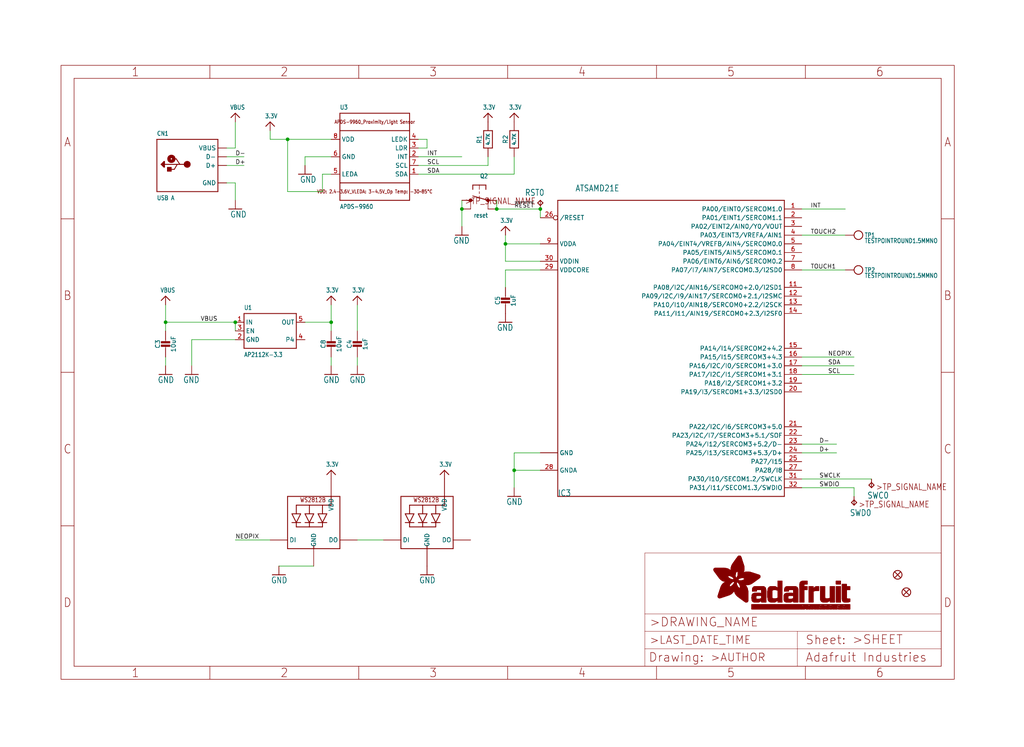
<source format=kicad_sch>
(kicad_sch (version 20211123) (generator eeschema)
  (paper "User" 298.45 217.881)
  (lib_symbols
    (symbol "eagleSchem-eagle-import:3.3V" (power)
      (property "Value" "3.3V" (at -1.524 1.016 0))
      (symbol "3.3V_1_0"
        (pin power_in line (at 0 -2.54 90) (length 2.54) (name "3.3V") (number "1"))
      )
    )
    (symbol "eagleSchem-eagle-import:APDS-9960"
      (property "Reference" "U" (at -10.16 13.716 0))
      (property "Value" "APDS-9960" (at -10.16 -15.24 0))
      (symbol "APDS-9960_1_0"
        (text "APDS-9960_Proximity/Light Sensor" (at 0 10.16 0) (effects (font (size 1.016 0.8636))))
        (text "VDD: 2.4-3.6V_VLEDA: 3-4.5V_Op Temp: -30~85°C" (at 0 -10.16 0) (effects (font (size 1.016 0.8636))))
        (pin bidirectional line (at 12.7 -5.08 180) (length 2.54) (name "SDA") (number "1"))
        (pin output line (at 12.7 0 180) (length 2.54) (name "INT") (number "2"))
        (pin bidirectional line (at 12.7 2.54 180) (length 2.54) (name "LDR") (number "3"))
        (pin bidirectional line (at 12.7 5.08 180) (length 2.54) (name "LEDK") (number "4"))
        (pin power_in line (at -12.7 -5.08 0) (length 2.54) (name "LEDA") (number "5"))
        (pin power_in line (at -12.7 0 0) (length 2.54) (name "GND") (number "6"))
        (pin input line (at 12.7 -2.54 180) (length 2.54) (name "SCL") (number "7"))
        (pin power_in line (at -12.7 5.08 0) (length 2.54) (name "VDD") (number "8"))
      )
    )
    (symbol "eagleSchem-eagle-import:ATSAMD21E"
      (property "Reference" "IC" (at -35.56 -43.18 0))
      (property "Value" "ATSAMD21E" (at -30.48 45.72 0))
      (symbol "ATSAMD21E_1_0"
        (pin bidirectional line (at 35.56 40.64 180) (length 5.08) (name "PA00/EINT0/SERCOM1.0") (number "1"))
        (pin power_in line (at -40.64 -30.48 0) (length 5.08) (name "GND") (number "10"))
        (pin bidirectional line (at 35.56 17.78 180) (length 5.08) (name "PA08/I2C/AIN16/SERCOM0+2.0/I2SD1") (number "11"))
        (pin bidirectional line (at 35.56 15.24 180) (length 5.08) (name "PA09/I2C/I9/AIN17/SERCOM0+2.1/I2SMC") (number "12"))
        (pin bidirectional line (at 35.56 12.7 180) (length 5.08) (name "PA10/I10/AIN18/SERCOM0+2.2/I2SCK") (number "13"))
        (pin bidirectional line (at 35.56 10.16 180) (length 5.08) (name "PA11/I11/AIN19/SERCOM0+2.3/I2SF0") (number "14"))
        (pin bidirectional line (at 35.56 0 180) (length 5.08) (name "PA14/I14/SERCOM2+4.2") (number "15"))
        (pin bidirectional line (at 35.56 -2.54 180) (length 5.08) (name "PA15/I15/SERCOM3+4.3") (number "16"))
        (pin bidirectional line (at 35.56 -5.08 180) (length 5.08) (name "PA16/I2C/I0/SERCOM1+3.0") (number "17"))
        (pin bidirectional line (at 35.56 -7.62 180) (length 5.08) (name "PA17/I2C/I1/SERCOM1+3.1") (number "18"))
        (pin bidirectional line (at 35.56 -10.16 180) (length 5.08) (name "PA18/I2/SERCOM1+3.2") (number "19"))
        (pin bidirectional line (at 35.56 38.1 180) (length 5.08) (name "PA01/EINT1/SERCOM1.1") (number "2"))
        (pin bidirectional line (at 35.56 -12.7 180) (length 5.08) (name "PA19/I3/SERCOM1+3.3/I2SD0") (number "20"))
        (pin bidirectional line (at 35.56 -22.86 180) (length 5.08) (name "PA22/I2C/I6/SERCOM3+5.0") (number "21"))
        (pin bidirectional line (at 35.56 -25.4 180) (length 5.08) (name "PA23/I2C/I7/SERCOM3+5.1/SOF") (number "22"))
        (pin bidirectional line (at 35.56 -27.94 180) (length 5.08) (name "PA24/I12/SERCOM3+5.2/D-") (number "23"))
        (pin bidirectional line (at 35.56 -30.48 180) (length 5.08) (name "PA25/I13/SERCOM3+5.3/D+") (number "24"))
        (pin bidirectional line (at 35.56 -33.02 180) (length 5.08) (name "PA27/I15") (number "25"))
        (pin bidirectional inverted (at -40.64 38.1 0) (length 5.08) (name "/RESET") (number "26"))
        (pin bidirectional line (at 35.56 -35.56 180) (length 5.08) (name "PA28/I8") (number "27"))
        (pin power_in line (at -40.64 -35.56 0) (length 5.08) (name "GNDA") (number "28"))
        (pin power_in line (at -40.64 22.86 0) (length 5.08) (name "VDDCORE") (number "29"))
        (pin bidirectional line (at 35.56 35.56 180) (length 5.08) (name "PA02/EINT2/AIN0/Y0/VOUT") (number "3"))
        (pin power_in line (at -40.64 25.4 0) (length 5.08) (name "VDDIN") (number "30"))
        (pin bidirectional line (at 35.56 -38.1 180) (length 5.08) (name "PA30/I10/SECOM1.2/SWCLK") (number "31"))
        (pin bidirectional line (at 35.56 -40.64 180) (length 5.08) (name "PA31/I11/SECOM1.3/SWDIO") (number "32"))
        (pin power_in line (at -40.64 -30.48 0) (length 5.08) (name "GND") (number "33"))
        (pin bidirectional line (at 35.56 33.02 180) (length 5.08) (name "PA03/EINT3/VREFA/AIN1") (number "4"))
        (pin bidirectional line (at 35.56 30.48 180) (length 5.08) (name "PA04/EINT4/VREFB/AIN4/SERCOM0.0") (number "5"))
        (pin bidirectional line (at 35.56 27.94 180) (length 5.08) (name "PA05/EINT5/AIN5/SERCOM0.1") (number "6"))
        (pin bidirectional line (at 35.56 25.4 180) (length 5.08) (name "PA06/EINT6/AIN6/SERCOM0.2") (number "7"))
        (pin bidirectional line (at 35.56 22.86 180) (length 5.08) (name "PA07/I7/AIN7/SERCOM0.3/I2SD0") (number "8"))
        (pin power_in line (at -40.64 30.48 0) (length 5.08) (name "VDDA") (number "9"))
      )
    )
    (symbol "eagleSchem-eagle-import:CAP_CERAMIC0603_NO"
      (property "Reference" "C" (at -2.29 1.25 90))
      (property "Value" "CAP_CERAMIC0603_NO" (at 2.3 1.25 90))
      (symbol "CAP_CERAMIC0603_NO_1_0"
        (pin passive line (at 0 5.08 270) (length 2.54) (name "1") (number "1"))
        (pin passive line (at 0 -2.54 90) (length 2.54) (name "2") (number "2"))
      )
    )
    (symbol "eagleSchem-eagle-import:CAP_CERAMIC0805-NOOUTLINE"
      (property "Reference" "C" (at -2.29 1.25 90))
      (property "Value" "CAP_CERAMIC0805-NOOUTLINE" (at 2.3 1.25 90))
      (symbol "CAP_CERAMIC0805-NOOUTLINE_1_0"
        (pin passive line (at 0 5.08 270) (length 2.54) (name "1") (number "1"))
        (pin passive line (at 0 -2.54 90) (length 2.54) (name "2") (number "2"))
      )
    )
    (symbol "eagleSchem-eagle-import:FIDUCIAL_1MM")
    (symbol "eagleSchem-eagle-import:FRAME_A4_ADAFRUIT"
      (symbol "FRAME_A4_ADAFRUIT_0_0"
        (text "1" (at 21.6958 1.905 0) (effects (font (size 2.54 2.286))))
        (text "1" (at 21.6958 177.165 0) (effects (font (size 2.54 2.286))))
        (text "2" (at 65.0875 1.905 0) (effects (font (size 2.54 2.286))))
        (text "2" (at 65.0875 177.165 0) (effects (font (size 2.54 2.286))))
        (text "3" (at 108.4792 1.905 0) (effects (font (size 2.54 2.286))))
        (text "3" (at 108.4792 177.165 0) (effects (font (size 2.54 2.286))))
        (text "4" (at 151.8708 1.905 0) (effects (font (size 2.54 2.286))))
        (text "4" (at 151.8708 177.165 0) (effects (font (size 2.54 2.286))))
        (text "5" (at 195.2625 1.905 0) (effects (font (size 2.54 2.286))))
        (text "5" (at 195.2625 177.165 0) (effects (font (size 2.54 2.286))))
        (text "6" (at 238.6542 1.905 0) (effects (font (size 2.54 2.286))))
        (text "6" (at 238.6542 177.165 0) (effects (font (size 2.54 2.286))))
        (text "A" (at 1.905 156.6863 0) (effects (font (size 2.54 2.286))))
        (text "A" (at 258.445 156.6863 0) (effects (font (size 2.54 2.286))))
        (text "B" (at 1.905 111.9188 0) (effects (font (size 2.54 2.286))))
        (text "B" (at 258.445 111.9188 0) (effects (font (size 2.54 2.286))))
        (text "C" (at 1.905 67.1513 0) (effects (font (size 2.54 2.286))))
        (text "C" (at 258.445 67.1513 0) (effects (font (size 2.54 2.286))))
        (text "D" (at 1.905 22.3838 0) (effects (font (size 2.54 2.286))))
        (text "D" (at 258.445 22.3838 0) (effects (font (size 2.54 2.286))))
      )
      (symbol "FRAME_A4_ADAFRUIT_1_0"
        (text ">AUTHOR" (at 189.23 5.08 0) (effects (font (size 2.286 2.286)) (justify left bottom)))
        (text ">DRAWING_NAME" (at 171.45 15.24 0) (effects (font (size 2.54 2.54)) (justify left bottom)))
        (text ">LAST_DATE_TIME" (at 171.45 10.16 0) (effects (font (size 2.286 2.286)) (justify left bottom)))
        (text ">SHEET" (at 230.505 10.16 0) (effects (font (size 2.54 2.54)) (justify left bottom)))
        (text "Adafruit Industries" (at 216.916 4.953 0) (effects (font (size 2.54 2.54)) (justify left bottom)))
        (text "Drawing:" (at 171.196 4.953 0) (effects (font (size 2.54 2.54)) (justify left bottom)))
        (text "Sheet:" (at 216.916 10.033 0) (effects (font (size 2.54 2.54)) (justify left bottom)))
      )
    )
    (symbol "eagleSchem-eagle-import:GND" (power)
      (property "Value" "GND" (at -2.54 -2.54 0))
      (symbol "GND_1_0"
        (pin power_in line (at 0 2.54 270) (length 2.54) (name "GND") (number "1"))
      )
    )
    (symbol "eagleSchem-eagle-import:RESISTOR_0603_NOOUT"
      (property "Reference" "R" (at 0 2.54 0))
      (property "Value" "RESISTOR_0603_NOOUT" (at 0 0 0))
      (symbol "RESISTOR_0603_NOOUT_1_0"
        (pin passive line (at -5.08 0 0) (length 2.54) (name "1") (number "1"))
        (pin passive line (at 5.08 0 180) (length 2.54) (name "2") (number "2"))
      )
    )
    (symbol "eagleSchem-eagle-import:SWITCH_TACT_SMT4.6X2.8"
      (property "Reference" "SW" (at -2.54 6.35 0))
      (property "Value" "SWITCH_TACT_SMT4.6X2.8" (at -2.54 -5.08 0))
      (symbol "SWITCH_TACT_SMT4.6X2.8_1_0"
        (pin passive line (at -5.08 0 0) (length 2.54) (name "P") (number "A"))
        (pin passive line (at -5.08 -2.54 0) (length 2.54) (name "P1") (number "A'"))
        (pin passive line (at 5.08 0 180) (length 2.54) (name "S") (number "B"))
        (pin passive line (at 5.08 -2.54 180) (length 2.54) (name "S1") (number "B'"))
      )
    )
    (symbol "eagleSchem-eagle-import:TESTPOINTROUND1.5MMNO"
      (property "Reference" "TP" (at 0 5.588 90))
      (property "Value" "TESTPOINTROUND1.5MMNO" (at 1.651 5.588 90))
      (symbol "TESTPOINTROUND1.5MMNO_1_0"
        (pin bidirectional line (at 0 0 90) (length 2.54) (name "P$1") (number "P$1"))
      )
    )
    (symbol "eagleSchem-eagle-import:TPTP15R"
      (property "Reference" "TP" (at -1.27 1.27 0))
      (symbol "TPTP15R_1_0"
        (text ">TP_SIGNAL_NAME" (at 1.27 -1.27 0) (effects (font (size 1.778 1.5113)) (justify left bottom)))
        (pin input line (at 0 -2.54 90) (length 2.54) (name "TP") (number "TP"))
      )
    )
    (symbol "eagleSchem-eagle-import:TPTP16R"
      (property "Reference" "TP" (at -1.27 1.27 0))
      (symbol "TPTP16R_1_0"
        (text ">TP_SIGNAL_NAME" (at 1.27 -1.27 0) (effects (font (size 1.778 1.5113)) (justify left bottom)))
        (pin input line (at 0 -2.54 90) (length 2.54) (name "TP") (number "TP"))
      )
    )
    (symbol "eagleSchem-eagle-import:USB_TYPEAPCB"
      (property "Reference" "X" (at -10.16 8.636 0))
      (property "Value" "USB_TYPEAPCB" (at -10.16 -10.16 0))
      (symbol "USB_TYPEAPCB_1_0"
        (pin power_in line (at 10.16 -5.08 180) (length 2.54) (name "GND") (number "GND"))
        (pin bidirectional line (at 10.16 2.54 180) (length 2.54) (name "D-") (number "USB_NEG"))
        (pin bidirectional line (at 10.16 0 180) (length 2.54) (name "D+") (number "USB_PLUS"))
        (pin power_in line (at 10.16 5.08 180) (length 2.54) (name "VBUS") (number "VCC"))
      )
    )
    (symbol "eagleSchem-eagle-import:VBUS" (power)
      (property "Value" "VBUS" (at -1.524 1.016 0))
      (symbol "VBUS_1_0"
        (pin power_in line (at 0 -2.54 90) (length 2.54) (name "VBUS") (number "1"))
      )
    )
    (symbol "eagleSchem-eagle-import:VREG_SOT23-5"
      (property "Reference" "U" (at -7.62 6.096 0))
      (property "Value" "VREG_SOT23-5" (at -7.62 -7.62 0))
      (symbol "VREG_SOT23-5_1_0"
        (pin power_in line (at -10.16 2.54 0) (length 2.54) (name "IN") (number "1"))
        (pin power_in line (at -10.16 -2.54 0) (length 2.54) (name "GND") (number "2"))
        (pin input line (at -10.16 0 0) (length 2.54) (name "EN") (number "3"))
        (pin bidirectional line (at 10.16 -2.54 180) (length 2.54) (name "P4") (number "4"))
        (pin power_in line (at 10.16 2.54 180) (length 2.54) (name "OUT") (number "5"))
      )
    )
    (symbol "eagleSchem-eagle-import:WS2812B3535"
      (symbol "WS2812B3535_1_0"
        (text "WS2812B" (at -4.064 8.382 0) (effects (font (size 1.27 1.0795)) (justify left bottom)))
        (pin input line (at -12.7 -2.54 0) (length 5.08) (name "DI") (number "1"))
        (pin power_in line (at 5.08 15.24 270) (length 5.08) (name "VDD") (number "2"))
        (pin output line (at 12.7 -2.54 180) (length 5.08) (name "DO") (number "3"))
        (pin power_in line (at 0 -10.16 90) (length 5.08) (name "GND") (number "4"))
      )
    )
  )
  (junction (at 48.26 93.98))
  (junction (at 147.32 71.12))
  (junction (at 157.48 60.96))
  (junction (at 83.82 40.64))
  (junction (at 149.86 137.16))
  (junction (at 68.58 93.98))
  (junction (at 134.62 60.96))
  (junction (at 96.52 93.98))
  (junction (at 144.78 60.96))
  (wire (pts (xy 48.26 93.98) (xy 68.58 93.98)))
  (wire (pts (xy 233.68 78.74) (xy 246.38 78.74)))
  (wire (pts (xy 68.58 96.52) (xy 68.58 93.98)))
  (wire (pts (xy 142.24 48.26) (xy 142.24 45.72)))
  (wire (pts (xy 157.48 60.96) (xy 157.48 63.5)))
  (wire (pts (xy 233.68 142.24) (xy 248.92 142.24)))
  (wire (pts (xy 149.86 50.8) (xy 149.86 45.72)))
  (wire (pts (xy 66.04 53.34) (xy 68.58 53.34)))
  (wire (pts (xy 78.74 157.48) (xy 68.58 157.48)))
  (wire (pts (xy 83.82 40.64) (xy 78.74 40.64)))
  (wire (pts (xy 248.92 142.24) (xy 248.92 144.78)))
  (wire (pts (xy 66.04 45.72) (xy 71.12 45.72)))
  (wire (pts (xy 124.46 40.64) (xy 124.46 43.18)))
  (wire (pts (xy 144.78 60.96) (xy 144.78 58.42)))
  (wire (pts (xy 48.26 106.68) (xy 48.26 104.14)))
  (wire (pts (xy 142.24 48.26) (xy 121.92 48.26)))
  (wire (pts (xy 134.62 66.04) (xy 134.62 60.96)))
  (wire (pts (xy 233.68 139.7) (xy 254 139.7)))
  (wire (pts (xy 96.52 50.8) (xy 93.98 50.8)))
  (wire (pts (xy 96.52 93.98) (xy 88.9 93.98)))
  (wire (pts (xy 66.04 48.26) (xy 71.12 48.26)))
  (wire (pts (xy 121.92 50.8) (xy 149.86 50.8)))
  (wire (pts (xy 134.62 58.42) (xy 134.62 60.96)))
  (wire (pts (xy 233.68 60.96) (xy 246.38 60.96)))
  (wire (pts (xy 96.52 45.72) (xy 88.9 45.72)))
  (wire (pts (xy 157.48 71.12) (xy 147.32 71.12)))
  (wire (pts (xy 48.26 93.98) (xy 48.26 88.9)))
  (wire (pts (xy 243.84 132.08) (xy 233.68 132.08)))
  (wire (pts (xy 66.04 43.18) (xy 68.58 43.18)))
  (wire (pts (xy 121.92 40.64) (xy 124.46 40.64)))
  (wire (pts (xy 157.48 137.16) (xy 149.86 137.16)))
  (wire (pts (xy 68.58 53.34) (xy 68.58 58.42)))
  (wire (pts (xy 147.32 76.2) (xy 147.32 71.12)))
  (wire (pts (xy 93.98 55.88) (xy 83.82 55.88)))
  (wire (pts (xy 124.46 43.18) (xy 121.92 43.18)))
  (wire (pts (xy 96.52 106.68) (xy 96.52 104.14)))
  (wire (pts (xy 104.14 106.68) (xy 104.14 104.14)))
  (wire (pts (xy 96.52 88.9) (xy 96.52 93.98)))
  (wire (pts (xy 233.68 104.14) (xy 248.92 104.14)))
  (wire (pts (xy 233.68 68.58) (xy 246.38 68.58)))
  (wire (pts (xy 147.32 71.12) (xy 147.32 68.58)))
  (wire (pts (xy 48.26 96.52) (xy 48.26 93.98)))
  (wire (pts (xy 233.68 109.22) (xy 248.92 109.22)))
  (wire (pts (xy 68.58 99.06) (xy 55.88 99.06)))
  (wire (pts (xy 91.44 165.1) (xy 81.28 165.1)))
  (wire (pts (xy 233.68 106.68) (xy 248.92 106.68)))
  (wire (pts (xy 144.78 60.96) (xy 157.48 60.96)))
  (wire (pts (xy 104.14 88.9) (xy 104.14 96.52)))
  (wire (pts (xy 96.52 40.64) (xy 83.82 40.64)))
  (wire (pts (xy 55.88 99.06) (xy 55.88 106.68)))
  (wire (pts (xy 149.86 137.16) (xy 149.86 142.24)))
  (wire (pts (xy 121.92 45.72) (xy 134.62 45.72)))
  (wire (pts (xy 233.68 129.54) (xy 243.84 129.54)))
  (wire (pts (xy 83.82 55.88) (xy 83.82 40.64)))
  (wire (pts (xy 157.48 76.2) (xy 147.32 76.2)))
  (wire (pts (xy 147.32 78.74) (xy 147.32 83.82)))
  (wire (pts (xy 93.98 50.8) (xy 93.98 55.88)))
  (wire (pts (xy 96.52 93.98) (xy 96.52 96.52)))
  (wire (pts (xy 157.48 132.08) (xy 149.86 132.08)))
  (wire (pts (xy 68.58 35.56) (xy 68.58 43.18)))
  (wire (pts (xy 88.9 45.72) (xy 88.9 48.26)))
  (wire (pts (xy 78.74 40.64) (xy 78.74 38.1)))
  (wire (pts (xy 149.86 132.08) (xy 149.86 137.16)))
  (wire (pts (xy 111.76 157.48) (xy 104.14 157.48)))
  (wire (pts (xy 157.48 78.74) (xy 147.32 78.74)))
  (label "D+" (at 238.76 132.08 0) (effects (font (size 1.2446 1.2446))))
  (label "TOUCH2" (at 236.22 68.58 0) (effects (font (size 1.2446 1.2446))))
  (label "SWDIO" (at 238.76 142.24 0) (effects (font (size 1.2446 1.2446))))
  (label "VBUS" (at 58.42 93.98 0) (effects (font (size 1.2446 1.2446))))
  (label "~{RESET}" (at 149.86 60.96 0) (effects (font (size 1.2446 1.2446))))
  (label "SDA" (at 124.46 50.8 0) (effects (font (size 1.2446 1.2446))))
  (label "D+" (at 68.58 48.26 0) (effects (font (size 1.2446 1.2446))))
  (label "D-" (at 238.76 129.54 0) (effects (font (size 1.2446 1.2446))))
  (label "INT" (at 236.22 60.96 0) (effects (font (size 1.2446 1.2446))))
  (label "D-" (at 68.58 45.72 0) (effects (font (size 1.2446 1.2446))))
  (label "SCL" (at 124.46 48.26 0) (effects (font (size 1.2446 1.2446))))
  (label "NEOPIX" (at 241.3 104.14 0) (effects (font (size 1.2446 1.2446))))
  (label "NEOPIX" (at 68.58 157.48 0) (effects (font (size 1.2446 1.2446))))
  (label "TOUCH1" (at 236.22 78.74 0) (effects (font (size 1.2446 1.2446))))
  (label "SWCLK" (at 238.76 139.7 0) (effects (font (size 1.2446 1.2446))))
  (label "SDA" (at 241.3 106.68 0) (effects (font (size 1.2446 1.2446))))
  (label "SCL" (at 241.3 109.22 0) (effects (font (size 1.2446 1.2446))))
  (label "INT" (at 124.46 45.72 0) (effects (font (size 1.2446 1.2446))))
  (symbol (lib_id "eagleSchem-eagle-import:FIDUCIAL_1MM") (at 261.62 167.64 0) (unit 1)
    (property "Reference" "FID1" (effects hide))
    (property "Value" "FIDUCIAL_1MM" (effects hide))
    (property "Footprint" "eagleSchem:FIDUCIAL_1MM" (effects hide))
  )
  (symbol (lib_id "eagleSchem-eagle-import:WS2812B3535") (at 91.44 154.94 0) (unit 1)
    (property "Reference" "LED2" (effects hide))
    (property "Value" "WS2812B3535" (effects hide))
    (property "Footprint" "eagleSchem:LED3535" (effects hide))
  )
  (symbol (lib_id "eagleSchem-eagle-import:CAP_CERAMIC0805-NOOUTLINE") (at 48.26 101.6 0) (unit 1)
    (property "Reference" "C3" (at 45.97 100.35 90))
    (property "Value" "10uF" (at 50.56 100.35 90))
    (property "Footprint" "eagleSchem:0805-NO" (effects hide))
  )
  (symbol (lib_id "eagleSchem-eagle-import:APDS-9960") (at 109.22 45.72 0) (unit 1)
    (property "Reference" "U3" (at 99.06 32.004 0) (effects (font (size 1.27 1.0795)) (justify left bottom)))
    (property "Value" "APDS-9960" (at 99.06 60.96 0) (effects (font (size 1.27 1.0795)) (justify left bottom)))
    (property "Footprint" "eagleSchem:APDS-9960" (effects hide))
  )
  (symbol (lib_id "eagleSchem-eagle-import:CAP_CERAMIC0603_NO") (at 147.32 88.9 0) (unit 1)
    (property "Reference" "C5" (at 145.03 87.65 90))
    (property "Value" "1uF" (at 149.62 87.65 90))
    (property "Footprint" "eagleSchem:0603-NO" (effects hide))
  )
  (symbol (lib_id "eagleSchem-eagle-import:GND") (at 48.26 109.22 0) (mirror y) (unit 1)
    (property "Reference" "#GND3" (effects hide))
    (property "Value" "GND" (at 50.8 111.76 0) (effects (font (size 1.778 1.5113)) (justify left bottom)))
    (property "Footprint" "eagleSchem:" (effects hide))
  )
  (symbol (lib_id "eagleSchem-eagle-import:3.3V") (at 78.74 35.56 0) (unit 1)
    (property "Reference" "#U$9" (effects hide))
    (property "Value" "3.3V" (at 77.216 34.544 0) (effects (font (size 1.27 1.0795)) (justify left bottom)))
    (property "Footprint" "eagleSchem:" (effects hide))
  )
  (symbol (lib_id "eagleSchem-eagle-import:3.3V") (at 104.14 86.36 0) (unit 1)
    (property "Reference" "#U$20" (effects hide))
    (property "Value" "3.3V" (at 102.616 85.344 0) (effects (font (size 1.27 1.0795)) (justify left bottom)))
    (property "Footprint" "eagleSchem:" (effects hide))
  )
  (symbol (lib_id "eagleSchem-eagle-import:FRAME_A4_ADAFRUIT") (at 17.78 198.12 0) (unit 1)
    (property "Reference" "#U$1" (effects hide))
    (property "Value" "FRAME_A4_ADAFRUIT" (effects hide))
    (property "Footprint" "eagleSchem:" (effects hide))
  )
  (symbol (lib_id "eagleSchem-eagle-import:GND") (at 81.28 167.64 0) (mirror y) (unit 1)
    (property "Reference" "#GND2" (effects hide))
    (property "Value" "GND" (at 83.82 170.18 0) (effects (font (size 1.778 1.5113)) (justify left bottom)))
    (property "Footprint" "eagleSchem:" (effects hide))
  )
  (symbol (lib_id "eagleSchem-eagle-import:GND") (at 88.9 50.8 0) (unit 1)
    (property "Reference" "#U$11" (effects hide))
    (property "Value" "GND" (at 87.376 53.34 0) (effects (font (size 1.778 1.5113)) (justify left bottom)))
    (property "Footprint" "eagleSchem:" (effects hide))
  )
  (symbol (lib_id "eagleSchem-eagle-import:GND") (at 68.58 60.96 0) (unit 1)
    (property "Reference" "#U$2" (effects hide))
    (property "Value" "GND" (at 67.056 63.5 0) (effects (font (size 1.778 1.5113)) (justify left bottom)))
    (property "Footprint" "eagleSchem:" (effects hide))
  )
  (symbol (lib_id "eagleSchem-eagle-import:FIDUCIAL_1MM") (at 264.16 172.72 0) (unit 1)
    (property "Reference" "FID2" (effects hide))
    (property "Value" "FIDUCIAL_1MM" (effects hide))
    (property "Footprint" "eagleSchem:FIDUCIAL_1MM" (effects hide))
  )
  (symbol (lib_id "eagleSchem-eagle-import:ATSAMD21E") (at 198.12 101.6 0) (unit 1)
    (property "Reference" "IC3" (at 162.56 144.78 0) (effects (font (size 1.778 1.5113)) (justify left bottom)))
    (property "Value" "ATSAMD21E" (at 167.64 55.88 0) (effects (font (size 1.778 1.5113)) (justify left bottom)))
    (property "Footprint" "eagleSchem:QFN32_5MM" (effects hide))
  )
  (symbol (lib_id "eagleSchem-eagle-import:GND") (at 104.14 109.22 0) (mirror y) (unit 1)
    (property "Reference" "#GND5" (effects hide))
    (property "Value" "GND" (at 106.68 111.76 0) (effects (font (size 1.778 1.5113)) (justify left bottom)))
    (property "Footprint" "eagleSchem:" (effects hide))
  )
  (symbol (lib_id "eagleSchem-eagle-import:TPTP16R") (at 157.48 58.42 0) (mirror y) (unit 1)
    (property "Reference" "RST0" (at 158.75 57.15 0) (effects (font (size 1.778 1.5113)) (justify left bottom)))
    (property "Value" "TPTP16R" (effects hide))
    (property "Footprint" "eagleSchem:TP16R" (effects hide))
  )
  (symbol (lib_id "eagleSchem-eagle-import:3.3V") (at 96.52 86.36 0) (unit 1)
    (property "Reference" "#U$17" (effects hide))
    (property "Value" "3.3V" (at 94.996 85.344 0) (effects (font (size 1.27 1.0795)) (justify left bottom)))
    (property "Footprint" "eagleSchem:" (effects hide))
  )
  (symbol (lib_id "eagleSchem-eagle-import:GND") (at 55.88 109.22 0) (unit 1)
    (property "Reference" "#GND11" (effects hide))
    (property "Value" "GND" (at 53.34 111.76 0) (effects (font (size 1.778 1.5113)) (justify left bottom)))
    (property "Footprint" "eagleSchem:" (effects hide))
  )
  (symbol (lib_id "eagleSchem-eagle-import:GND") (at 124.46 167.64 0) (mirror y) (unit 1)
    (property "Reference" "#GND1" (effects hide))
    (property "Value" "GND" (at 127 170.18 0) (effects (font (size 1.778 1.5113)) (justify left bottom)))
    (property "Footprint" "eagleSchem:" (effects hide))
  )
  (symbol (lib_id "eagleSchem-eagle-import:VREG_SOT23-5") (at 78.74 96.52 0) (unit 1)
    (property "Reference" "U1" (at 71.12 90.424 0) (effects (font (size 1.27 1.0795)) (justify left bottom)))
    (property "Value" "AP2112K-3.3" (at 71.12 104.14 0) (effects (font (size 1.27 1.0795)) (justify left bottom)))
    (property "Footprint" "eagleSchem:SOT23-5" (effects hide))
  )
  (symbol (lib_id "eagleSchem-eagle-import:USB_TYPEAPCB") (at 55.88 48.26 0) (unit 1)
    (property "Reference" "CN1" (at 45.72 39.624 0) (effects (font (size 1.27 1.0795)) (justify left bottom)))
    (property "Value" "USB A" (at 45.72 58.42 0) (effects (font (size 1.27 1.0795)) (justify left bottom)))
    (property "Footprint" "eagleSchem:USBA_PCB" (effects hide))
  )
  (symbol (lib_id "eagleSchem-eagle-import:GND") (at 149.86 144.78 0) (mirror y) (unit 1)
    (property "Reference" "#GND18" (effects hide))
    (property "Value" "GND" (at 152.4 147.32 0) (effects (font (size 1.778 1.5113)) (justify left bottom)))
    (property "Footprint" "eagleSchem:" (effects hide))
  )
  (symbol (lib_id "eagleSchem-eagle-import:RESISTOR_0603_NOOUT") (at 142.24 40.64 90) (unit 1)
    (property "Reference" "R1" (at 139.7 40.64 0))
    (property "Value" "4.7K" (at 142.24 40.64 0) (effects (font (size 1.016 1.016) bold)))
    (property "Footprint" "eagleSchem:0603-NO" (effects hide))
  )
  (symbol (lib_id "eagleSchem-eagle-import:3.3V") (at 96.52 137.16 0) (unit 1)
    (property "Reference" "#U$4" (effects hide))
    (property "Value" "3.3V" (at 94.996 136.144 0) (effects (font (size 1.27 1.0795)) (justify left bottom)))
    (property "Footprint" "eagleSchem:" (effects hide))
  )
  (symbol (lib_id "eagleSchem-eagle-import:3.3V") (at 142.24 33.02 0) (unit 1)
    (property "Reference" "#U$7" (effects hide))
    (property "Value" "3.3V" (at 140.716 32.004 0) (effects (font (size 1.27 1.0795)) (justify left bottom)))
    (property "Footprint" "eagleSchem:" (effects hide))
  )
  (symbol (lib_id "eagleSchem-eagle-import:VBUS") (at 68.58 33.02 0) (unit 1)
    (property "Reference" "#U$15" (effects hide))
    (property "Value" "VBUS" (at 67.056 32.004 0) (effects (font (size 1.27 1.0795)) (justify left bottom)))
    (property "Footprint" "eagleSchem:" (effects hide))
  )
  (symbol (lib_id "eagleSchem-eagle-import:WS2812B3535") (at 124.46 154.94 0) (unit 1)
    (property "Reference" "LED1" (effects hide))
    (property "Value" "WS2812B3535" (effects hide))
    (property "Footprint" "eagleSchem:LED3535" (effects hide))
  )
  (symbol (lib_id "eagleSchem-eagle-import:SWITCH_TACT_SMT4.6X2.8") (at 139.7 58.42 0) (mirror y) (unit 1)
    (property "Reference" "Q2" (at 142.24 52.07 0) (effects (font (size 1.27 1.0795)) (justify left bottom)))
    (property "Value" "reset" (at 142.24 63.5 0) (effects (font (size 1.27 1.0795)) (justify left bottom)))
    (property "Footprint" "eagleSchem:BTN_KMR2_4.6X2.8" (effects hide))
  )
  (symbol (lib_id "eagleSchem-eagle-import:TESTPOINTROUND1.5MMNO") (at 246.38 78.74 270) (unit 1)
    (property "Reference" "TP2" (at 251.968 78.74 90) (effects (font (size 1.27 1.0795)) (justify left)))
    (property "Value" "TESTPOINTROUND1.5MMNO" (at 251.968 80.391 90) (effects (font (size 1.27 1.0795)) (justify left)))
    (property "Footprint" "eagleSchem:TESTPOINT_ROUND_1.5MM_NO" (effects hide))
  )
  (symbol (lib_id "eagleSchem-eagle-import:TESTPOINTROUND1.5MMNO") (at 246.38 68.58 270) (unit 1)
    (property "Reference" "TP1" (at 251.968 68.58 90) (effects (font (size 1.27 1.0795)) (justify left)))
    (property "Value" "TESTPOINTROUND1.5MMNO" (at 251.968 70.231 90) (effects (font (size 1.27 1.0795)) (justify left)))
    (property "Footprint" "eagleSchem:TESTPOINT_ROUND_1.5MM_NO" (effects hide))
  )
  (symbol (lib_id "eagleSchem-eagle-import:GND") (at 134.62 68.58 0) (unit 1)
    (property "Reference" "#GND14" (effects hide))
    (property "Value" "GND" (at 132.08 71.12 0) (effects (font (size 1.778 1.5113)) (justify left bottom)))
    (property "Footprint" "eagleSchem:" (effects hide))
  )
  (symbol (lib_id "eagleSchem-eagle-import:GND") (at 147.32 93.98 0) (unit 1)
    (property "Reference" "#GND7" (effects hide))
    (property "Value" "GND" (at 144.78 96.52 0) (effects (font (size 1.778 1.5113)) (justify left bottom)))
    (property "Footprint" "eagleSchem:" (effects hide))
  )
  (symbol (lib_id "eagleSchem-eagle-import:3.3V") (at 129.54 137.16 0) (unit 1)
    (property "Reference" "#U$3" (effects hide))
    (property "Value" "3.3V" (at 128.016 136.144 0) (effects (font (size 1.27 1.0795)) (justify left bottom)))
    (property "Footprint" "eagleSchem:" (effects hide))
  )
  (symbol (lib_id "eagleSchem-eagle-import:GND") (at 96.52 109.22 0) (mirror y) (unit 1)
    (property "Reference" "#GND12" (effects hide))
    (property "Value" "GND" (at 99.06 111.76 0) (effects (font (size 1.778 1.5113)) (justify left bottom)))
    (property "Footprint" "eagleSchem:" (effects hide))
  )
  (symbol (lib_id "eagleSchem-eagle-import:VBUS") (at 48.26 86.36 0) (unit 1)
    (property "Reference" "#U$13" (effects hide))
    (property "Value" "VBUS" (at 46.736 85.344 0) (effects (font (size 1.27 1.0795)) (justify left bottom)))
    (property "Footprint" "eagleSchem:" (effects hide))
  )
  (symbol (lib_id "eagleSchem-eagle-import:3.3V") (at 149.86 33.02 0) (unit 1)
    (property "Reference" "#U$12" (effects hide))
    (property "Value" "3.3V" (at 148.336 32.004 0) (effects (font (size 1.27 1.0795)) (justify left bottom)))
    (property "Footprint" "eagleSchem:" (effects hide))
  )
  (symbol (lib_id "eagleSchem-eagle-import:TPTP16R") (at 248.92 147.32 0) (mirror x) (unit 1)
    (property "Reference" "SWD0" (at 247.65 148.59 0) (effects (font (size 1.778 1.5113)) (justify left bottom)))
    (property "Value" "TPTP16R" (effects hide))
    (property "Footprint" "eagleSchem:TP16R" (effects hide))
  )
  (symbol (lib_id "eagleSchem-eagle-import:TPTP15R") (at 254 142.24 0) (mirror x) (unit 1)
    (property "Reference" "SWC0" (at 252.73 143.51 0) (effects (font (size 1.778 1.5113)) (justify left bottom)))
    (property "Value" "TPTP15R" (effects hide))
    (property "Footprint" "eagleSchem:TP15R" (effects hide))
  )
  (symbol (lib_id "eagleSchem-eagle-import:CAP_CERAMIC0805-NOOUTLINE") (at 96.52 101.6 0) (unit 1)
    (property "Reference" "C8" (at 94.23 100.35 90))
    (property "Value" "10uF" (at 98.82 100.35 90))
    (property "Footprint" "eagleSchem:0805-NO" (effects hide))
  )
  (symbol (lib_id "eagleSchem-eagle-import:RESISTOR_0603_NOOUT") (at 149.86 40.64 90) (unit 1)
    (property "Reference" "R2" (at 147.32 40.64 0))
    (property "Value" "4.7K" (at 149.86 40.64 0) (effects (font (size 1.016 1.016) bold)))
    (property "Footprint" "eagleSchem:0603-NO" (effects hide))
  )
  (symbol (lib_id "eagleSchem-eagle-import:3.3V") (at 147.32 66.04 0) (unit 1)
    (property "Reference" "#U$18" (effects hide))
    (property "Value" "3.3V" (at 145.796 65.024 0) (effects (font (size 1.27 1.0795)) (justify left bottom)))
    (property "Footprint" "eagleSchem:" (effects hide))
  )
  (symbol (lib_id "eagleSchem-eagle-import:CAP_CERAMIC0603_NO") (at 104.14 101.6 0) (unit 1)
    (property "Reference" "C4" (at 101.85 100.35 90))
    (property "Value" "1uF" (at 106.44 100.35 90))
    (property "Footprint" "eagleSchem:0603-NO" (effects hide))
  )
)
</source>
